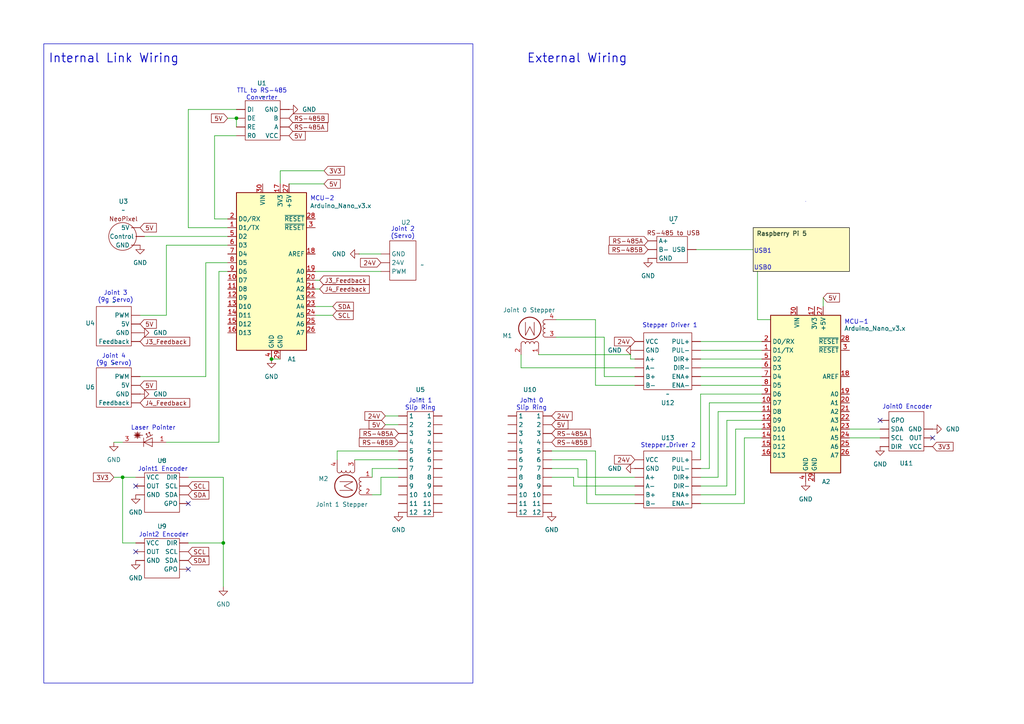
<source format=kicad_sch>
(kicad_sch (version 20250114) (generator "eeschema") (generator_version "9.0")
  (paper "A4")
  (lib_symbols
    (symbol "9g_Servo_1"
      (property "Reference" "U" (at 0 0 0))
      (symbol "9g_Servo_1_0_1"
        (rectangle (start -5.08 -1.27) (end 5.08 -12.7))
      )
      (symbol "9g_Servo_1_1_1"
        (pin input line (at 7.62 -3.81 180) (length 2.54) (name "PWM") (number ""))
        (pin input line (at 7.62 -6.35 180) (length 2.54) (name "5V") (number ""))
        (pin input line (at 7.62 -8.89 180) (length 2.54) (name "GND") (number ""))
        (pin input line (at 7.62 -11.43 180) (length 2.54) (name "Feedback") (number ""))
      )
    )
    (symbol "AS5600_Encoder_1"
      (property "Reference" "U9" (at 0 1.016 0))
      (property "Value" "~" (at 0 2.54 0))
      (symbol "AS5600_Encoder_1_0_1"
        (rectangle (start -5.08 -1.27) (end 5.08 -12.7))
      )
      (symbol "AS5600_Encoder_1_1_1"
        (pin input line (at -7.62 -2.54 0) (length 2.54) (name "VCC") (number ""))
        (pin input line (at -7.62 -5.08 0) (length 2.54) (name "OUT") (number ""))
        (pin input line (at -7.62 -7.62 0) (length 2.54) (name "GND") (number ""))
        (pin input line (at 7.62 -2.54 180) (length 2.54) (name "DIR") (number ""))
        (pin input line (at 7.62 -5.08 180) (length 2.54) (name "SCL") (number ""))
        (pin input line (at 7.62 -7.62 180) (length 2.54) (name "SDA") (number ""))
        (pin input line (at 7.62 -10.16 180) (length 2.54) (name "GPO") (number ""))
      )
    )
    (symbol "AS5600_Encoder_2"
      (property "Reference" "U9" (at 0 1.016 0))
      (property "Value" "~" (at 0 2.54 0))
      (symbol "AS5600_Encoder_2_0_1"
        (rectangle (start -5.08 -1.27) (end 5.08 -12.7))
      )
      (symbol "AS5600_Encoder_2_1_1"
        (pin input line (at -7.62 -2.54 0) (length 2.54) (name "VCC") (number ""))
        (pin input line (at -7.62 -5.08 0) (length 2.54) (name "OUT") (number ""))
        (pin input line (at -7.62 -7.62 0) (length 2.54) (name "GND") (number ""))
        (pin input line (at 7.62 -2.54 180) (length 2.54) (name "DIR") (number ""))
        (pin input line (at 7.62 -5.08 180) (length 2.54) (name "SCL") (number ""))
        (pin input line (at 7.62 -7.62 180) (length 2.54) (name "SDA") (number ""))
        (pin input line (at 7.62 -10.16 180) (length 2.54) (name "GPO") (number ""))
      )
    )
    (symbol "Alec_Lib:9g_Servo"
      (property "Reference" "U" (at 0 0 0))
      (symbol "9g_Servo_0_1"
        (rectangle (start -5.08 -1.27) (end 5.08 -12.7))
      )
      (symbol "9g_Servo_1_1"
        (pin input line (at 7.62 -3.81 180) (length 2.54) (name "PWM") (number ""))
        (pin input line (at 7.62 -6.35 180) (length 2.54) (name "5V") (number ""))
        (pin input line (at 7.62 -8.89 180) (length 2.54) (name "GND") (number ""))
        (pin input line (at 7.62 -11.43 180) (length 2.54) (name "Feedback") (number ""))
      )
    )
    (symbol "Alec_Lib:AS5600_Encoder"
      (property "Reference" "U8" (at 0 2.286 0))
      (property "Value" "~" (at 0 2.54 0))
      (symbol "AS5600_Encoder_0_1"
        (rectangle (start -5.08 -1.27) (end 5.08 -12.7))
      )
      (symbol "AS5600_Encoder_1_1"
        (pin input line (at -7.62 -2.54 0) (length 2.54) (name "VCC") (number ""))
        (pin input line (at -7.62 -5.08 0) (length 2.54) (name "OUT") (number ""))
        (pin input line (at -7.62 -7.62 0) (length 2.54) (name "GND") (number ""))
        (pin input line (at 7.62 -2.54 180) (length 2.54) (name "DIR") (number ""))
        (pin input line (at 7.62 -5.08 180) (length 2.54) (name "SCL") (number ""))
        (pin input line (at 7.62 -7.62 180) (length 2.54) (name "SDA") (number ""))
        (pin input line (at 7.62 -10.16 180) (length 2.54) (name "GPO") (number ""))
      )
    )
    (symbol "Alec_Lib:Big_Servo"
      (property "Reference" "U" (at 0 0 0))
      (symbol "Big_Servo_0_1"
        (rectangle (start -3.81 -1.27) (end 3.81 -12.7))
      )
      (symbol "Big_Servo_1_1"
        (pin input line (at 6.35 -3.81 180) (length 2.54) (name "PWM") (number ""))
        (pin input line (at 6.35 -6.35 180) (length 2.54) (name "24V") (number ""))
        (pin input line (at 6.35 -8.89 180) (length 2.54) (name "GND") (number ""))
      )
    )
    (symbol "Alec_Lib:NeoPixel_Ring"
      (property "Reference" "U" (at 0 1.524 0))
      (symbol "NeoPixel_Ring_0_1"
        (circle (center 0 -5.08) (radius 4.0161))
      )
      (symbol "NeoPixel_Ring_1_1"
        (text "NeoPixel" (at 0.254 0 0) (effects (font (size 1.27 1.27))))
        (pin input line (at 5.08 -2.54 180) (length 2.54) (name "5V") (number ""))
        (pin input line (at 5.08 -7.62 180) (length 2.54) (name "GND") (number ""))
        (pin input line (at 6.35 -5.08 180) (length 2.54) (name "Control") (number ""))
      )
    )
    (symbol "Alec_Lib:RS-485_to_USB"
      (property "Reference" "U" (at 0.254 1.778 0))
      (symbol "RS-485_to_USB_0_1"
        (rectangle (start -3.81 -1.27) (end 5.08 -8.89))
      )
      (symbol "RS-485_to_USB_1_1"
        (text "RS-485 to USB" (at 1.016 -0.254 0) (effects (font (size 1.27 1.27))))
        (pin input line (at -6.35 -2.54 0) (length 2.54) (name "A+") (number ""))
        (pin input line (at -6.35 -5.08 0) (length 2.54) (name "B-") (number ""))
        (pin input line (at -6.35 -7.62 0) (length 2.54) (name "GND") (number ""))
        (pin input line (at 7.62 -5.08 180) (length 2.54) (name "USB") (number ""))
      )
    )
    (symbol "Alec_Lib:RS485_to_TTL"
      (property "Reference" "U1" (at 0.254 -17.78 0))
      (property "Value" "~" (at 0 -13.97 0))
      (symbol "RS485_to_TTL_0_1"
        (rectangle (start -5.08 -1.27) (end 5.08 -12.7))
      )
      (symbol "RS485_to_TTL_1_1"
        (pin input line (at -7.62 -2.54 0) (length 2.54) (name "VCC") (number ""))
        (pin input line (at -7.62 -5.08 0) (length 2.54) (name "A") (number ""))
        (pin input line (at -7.62 -7.62 0) (length 2.54) (name "B") (number ""))
        (pin input line (at -7.62 -10.16 0) (length 2.54) (name "GND") (number ""))
        (pin input line (at 7.62 -2.54 180) (length 2.54) (name "R0") (number ""))
        (pin input line (at 7.62 -5.08 180) (length 2.54) (name "RE") (number ""))
        (pin input line (at 7.62 -7.62 180) (length 2.54) (name "DE") (number ""))
        (pin input line (at 7.62 -10.16 180) (length 2.54) (name "DI") (number ""))
      )
    )
    (symbol "Alec_Lib:Slip_Ring"
      (property "Reference" "U5" (at 0 3.81 0))
      (property "Value" "~" (at 0 1.27 0))
      (symbol "Slip_Ring_0_1"
        (rectangle (start -3.81 -2.54) (end 3.81 -33.02))
      )
      (symbol "Slip_Ring_1_1"
        (pin input line (at -6.35 -3.81 0) (length 2.54) (name "1") (number ""))
        (pin input line (at -6.35 -6.35 0) (length 2.54) (name "2") (number ""))
        (pin input line (at -6.35 -8.89 0) (length 2.54) (name "3") (number ""))
        (pin input line (at -6.35 -11.43 0) (length 2.54) (name "4") (number ""))
        (pin input line (at -6.35 -13.97 0) (length 2.54) (name "5") (number ""))
        (pin input line (at -6.35 -16.51 0) (length 2.54) (name "6") (number ""))
        (pin input line (at -6.35 -19.05 0) (length 2.54) (name "7") (number ""))
        (pin input line (at -6.35 -21.59 0) (length 2.54) (name "8") (number ""))
        (pin input line (at -6.35 -24.13 0) (length 2.54) (name "9") (number ""))
        (pin input line (at -6.35 -26.67 0) (length 2.54) (name "10") (number ""))
        (pin input line (at -6.35 -29.21 0) (length 2.54) (name "11") (number ""))
        (pin input line (at -6.35 -31.75 0) (length 2.54) (name "12") (number ""))
        (pin input line (at 6.35 -3.81 180) (length 2.54) (name "1") (number ""))
        (pin input line (at 6.35 -6.35 180) (length 2.54) (name "2") (number ""))
        (pin input line (at 6.35 -8.89 180) (length 2.54) (name "3") (number ""))
        (pin input line (at 6.35 -11.43 180) (length 2.54) (name "4") (number ""))
        (pin input line (at 6.35 -13.97 180) (length 2.54) (name "5") (number ""))
        (pin input line (at 6.35 -16.51 180) (length 2.54) (name "6") (number ""))
        (pin input line (at 6.35 -19.05 180) (length 2.54) (name "7") (number ""))
        (pin input line (at 6.35 -21.59 180) (length 2.54) (name "8") (number ""))
        (pin input line (at 6.35 -24.13 180) (length 2.54) (name "9") (number ""))
        (pin input line (at 6.35 -26.67 180) (length 2.54) (name "10") (number ""))
        (pin input line (at 6.35 -29.21 180) (length 2.54) (name "11") (number ""))
        (pin input line (at 6.35 -31.75 180) (length 2.54) (name "12") (number ""))
      )
    )
    (symbol "Alec_Lib:Stepper_Driver"
      (property "Reference" "U" (at 0 0 0))
      (symbol "Stepper_Driver_0_1"
        (rectangle (start -7.62 -1.27) (end 6.35 -17.78))
      )
      (symbol "Stepper_Driver_1_1"
        (pin input line (at -10.16 -2.54 0) (length 2.54) (name "ENA-") (number ""))
        (pin input line (at -10.16 -5.08 0) (length 2.54) (name "ENA+") (number ""))
        (pin input line (at -10.16 -7.62 0) (length 2.54) (name "DIR-") (number ""))
        (pin input line (at -10.16 -10.16 0) (length 2.54) (name "DIR+") (number ""))
        (pin input line (at -10.16 -12.7 0) (length 2.54) (name "PUL-") (number ""))
        (pin input line (at -10.16 -15.24 0) (length 2.54) (name "PUL+") (number ""))
        (pin input line (at 8.89 -2.54 180) (length 2.54) (name "B-") (number ""))
        (pin input line (at 8.89 -5.08 180) (length 2.54) (name "B+") (number ""))
        (pin input line (at 8.89 -7.62 180) (length 2.54) (name "A-") (number ""))
        (pin input line (at 8.89 -10.16 180) (length 2.54) (name "A+") (number ""))
        (pin input line (at 8.89 -12.7 180) (length 2.54) (name "GND") (number ""))
        (pin input line (at 8.89 -15.24 180) (length 2.54) (name "VCC") (number ""))
      )
    )
    (symbol "Diode_Laser:PL520" (pin_names (offset 1.016) (hide yes))
      (property "Reference" "LD" (at -1.27 4.445 0))
      (property "Value" "PL520" (at -1.27 -2.54 0))
      (symbol "PL520_0_1"
        (polyline (pts (xy -4.064 2.794) (xy -2.54 1.27)))
        (polyline (pts (xy -4.064 2.286) (xy -2.54 1.778)))
        (polyline (pts (xy -4.064 1.778) (xy -2.54 2.286)))
        (polyline (pts (xy -4.064 1.27) (xy -2.54 2.794)))
        (polyline (pts (xy -3.556 2.794) (xy -3.048 1.27)))
        (polyline (pts (xy -3.302 2.032) (xy -3.302 3.048)))
        (polyline (pts (xy -3.302 2.032) (xy -3.302 1.016)))
        (polyline (pts (xy -3.048 2.794) (xy -3.556 1.27)))
        (polyline (pts (xy -1.778 2.032) (xy -4.318 2.032)))
        (polyline (pts (xy -1.524 1.27) (xy -1.524 -1.27)) (stroke (width 0.1524)))
        (polyline (pts (xy -0.254 1.524) (xy -0.762 2.54) (xy -0.4717 2.4339) (xy -0.762 2.54) (xy -0.8485 2.2301)))
        (polyline (pts (xy 0.5442 1.9119) (xy 0.0362 2.9279) (xy 0.3265 2.8218) (xy 0.0362 2.9279) (xy -0.0503 2.618)))
        (polyline (pts (xy 2.54 0) (xy -5.08 0)))
      )
      (symbol "PL520_1_1"
        (polyline (pts (xy 1.016 -1.27) (xy 1.016 1.27) (xy -1.524 0) (xy 1.016 -1.27)))
        (polyline (pts (xy 1.0782 2.1762) (xy -0.762 1.27) (xy -0.762 1.27)))
        (pin passive line (at -7.62 0 0) (length 2.54) (name "C") (number "3"))
        (pin no_connect line (at -1.27 0 0) (length 2.54) (hide yes) (name "NC") (number "2"))
        (pin passive line (at 5.08 0 180) (length 2.54) (name "A") (number "1"))
      )
    )
    (symbol "MCU_Module:Arduino_Nano_v3.x"
      (property "Reference" "A" (at -10.16 23.495 0))
      (property "Value" "Arduino_Nano_v3.x" (at 5.08 -24.13 0))
      (symbol "Arduino_Nano_v3.x_0_1"
        (rectangle (start -10.16 22.86) (end 10.16 -22.86) (stroke (width 0.254)) (fill (type background)))
      )
      (symbol "Arduino_Nano_v3.x_1_1"
        (pin bidirectional line (at -12.7 15.24 0) (length 2.54) (name "D0/RX") (number "2"))
        (pin bidirectional line (at -12.7 12.7 0) (length 2.54) (name "D1/TX") (number "1"))
        (pin bidirectional line (at -12.7 10.16 0) (length 2.54) (name "D2") (number "5"))
        (pin bidirectional line (at -12.7 7.62 0) (length 2.54) (name "D3") (number "6"))
        (pin bidirectional line (at -12.7 5.08 0) (length 2.54) (name "D4") (number "7"))
        (pin bidirectional line (at -12.7 2.54 0) (length 2.54) (name "D5") (number "8"))
        (pin bidirectional line (at -12.7 0 0) (length 2.54) (name "D6") (number "9"))
        (pin bidirectional line (at -12.7 -2.54 0) (length 2.54) (name "D7") (number "10"))
        (pin bidirectional line (at -12.7 -5.08 0) (length 2.54) (name "D8") (number "11"))
        (pin bidirectional line (at -12.7 -7.62 0) (length 2.54) (name "D9") (number "12"))
        (pin bidirectional line (at -12.7 -10.16 0) (length 2.54) (name "D10") (number "13"))
        (pin bidirectional line (at -12.7 -12.7 0) (length 2.54) (name "D11") (number "14"))
        (pin bidirectional line (at -12.7 -15.24 0) (length 2.54) (name "D12") (number "15"))
        (pin bidirectional line (at -12.7 -17.78 0) (length 2.54) (name "D13") (number "16"))
        (pin power_in line (at -2.54 25.4 270) (length 2.54) (name "VIN") (number "30"))
        (pin power_in line (at 0 -25.4 90) (length 2.54) (name "GND") (number "4"))
        (pin power_out line (at 2.54 25.4 270) (length 2.54) (name "3V3") (number "17"))
        (pin power_in line (at 2.54 -25.4 90) (length 2.54) (name "GND") (number "29"))
        (pin power_out line (at 5.08 25.4 270) (length 2.54) (name "+5V") (number "27"))
        (pin input line (at 12.7 15.24 180) (length 2.54) (name "~{RESET}") (number "28"))
        (pin input line (at 12.7 12.7 180) (length 2.54) (name "~{RESET}") (number "3"))
        (pin input line (at 12.7 5.08 180) (length 2.54) (name "AREF") (number "18"))
        (pin bidirectional line (at 12.7 0 180) (length 2.54) (name "A0") (number "19"))
        (pin bidirectional line (at 12.7 -2.54 180) (length 2.54) (name "A1") (number "20"))
        (pin bidirectional line (at 12.7 -5.08 180) (length 2.54) (name "A2") (number "21"))
        (pin bidirectional line (at 12.7 -7.62 180) (length 2.54) (name "A3") (number "22"))
        (pin bidirectional line (at 12.7 -10.16 180) (length 2.54) (name "A4") (number "23"))
        (pin bidirectional line (at 12.7 -12.7 180) (length 2.54) (name "A5") (number "24"))
        (pin bidirectional line (at 12.7 -15.24 180) (length 2.54) (name "A6") (number "25"))
        (pin bidirectional line (at 12.7 -17.78 180) (length 2.54) (name "A7") (number "26"))
      )
    )
    (symbol "Motor:Stepper_Motor_bipolar" (pin_names (offset 0) (hide yes))
      (property "Reference" "M" (at 3.81 2.54 0))
      (property "Value" "Stepper_Motor_bipolar" (at 3.81 1.27 0))
      (symbol "Stepper_Motor_bipolar_0_0"
        (polyline (pts (xy -1.27 -1.778) (xy -1.27 2.032) (xy 0 -0.508) (xy 1.27 2.032) (xy 1.27 -1.778)))
      )
      (symbol "Stepper_Motor_bipolar_0_1"
        (polyline (pts (xy -5.08 2.54) (xy -4.445 2.54)))
        (polyline (pts (xy -5.08 -2.54) (xy -4.445 -2.54)))
        (arc (start -4.445 2.54) (mid -3.8127 1.905) (end -4.445 1.27))
        (arc (start -4.445 1.27) (mid -3.8127 0.635) (end -4.445 0))
        (arc (start -4.445 0) (mid -3.8127 -0.635) (end -4.445 -1.27))
        (arc (start -4.445 -1.27) (mid -3.8127 -1.905) (end -4.445 -2.54))
        (polyline (pts (xy -2.54 5.08) (xy -2.54 4.445)))
        (arc (start -1.27 4.445) (mid -1.905 3.8127) (end -2.54 4.445))
        (arc (start 0 4.445) (mid -0.635 3.8127) (end -1.27 4.445))
        (circle (center 0 0) (radius 3.2512) (stroke (width 0.254)))
        (arc (start 1.27 4.445) (mid 0.635 3.8127) (end 0 4.445))
        (arc (start 2.54 4.445) (mid 1.905 3.8127) (end 1.27 4.445))
        (polyline (pts (xy 2.54 5.08) (xy 2.54 4.445)))
      )
      (symbol "Stepper_Motor_bipolar_1_1"
        (pin passive line (at -7.62 2.54 0) (length 2.54) (name "~") (number "3"))
        (pin passive line (at -7.62 -2.54 0) (length 2.54) (name "~") (number "4"))
        (pin passive line (at -2.54 7.62 270) (length 2.54) (name "~") (number "1"))
        (pin passive line (at 2.54 7.62 270) (length 2.54) (name "-") (number "2"))
      )
    )
    (symbol "Slip_Ring_1"
      (property "Reference" "U5" (at 0 3.81 0))
      (property "Value" "~" (at 0 1.27 0))
      (symbol "Slip_Ring_1_0_1"
        (rectangle (start -3.81 -2.54) (end 3.81 -33.02))
      )
      (symbol "Slip_Ring_1_1_1"
        (pin input line (at -6.35 -3.81 0) (length 2.54) (name "1") (number ""))
        (pin input line (at -6.35 -6.35 0) (length 2.54) (name "2") (number ""))
        (pin input line (at -6.35 -8.89 0) (length 2.54) (name "3") (number ""))
        (pin input line (at -6.35 -11.43 0) (length 2.54) (name "4") (number ""))
        (pin input line (at -6.35 -13.97 0) (length 2.54) (name "5") (number ""))
        (pin input line (at -6.35 -16.51 0) (length 2.54) (name "6") (number ""))
        (pin input line (at -6.35 -19.05 0) (length 2.54) (name "7") (number ""))
        (pin input line (at -6.35 -21.59 0) (length 2.54) (name "8") (number ""))
        (pin input line (at -6.35 -24.13 0) (length 2.54) (name "9") (number ""))
        (pin input line (at -6.35 -26.67 0) (length 2.54) (name "10") (number ""))
        (pin input line (at -6.35 -29.21 0) (length 2.54) (name "11") (number ""))
        (pin input line (at -6.35 -31.75 0) (length 2.54) (name "12") (number ""))
        (pin input line (at 6.35 -3.81 180) (length 2.54) (name "1") (number ""))
        (pin input line (at 6.35 -6.35 180) (length 2.54) (name "2") (number ""))
        (pin input line (at 6.35 -8.89 180) (length 2.54) (name "3") (number ""))
        (pin input line (at 6.35 -11.43 180) (length 2.54) (name "4") (number ""))
        (pin input line (at 6.35 -13.97 180) (length 2.54) (name "5") (number ""))
        (pin input line (at 6.35 -16.51 180) (length 2.54) (name "6") (number ""))
        (pin input line (at 6.35 -19.05 180) (length 2.54) (name "7") (number ""))
        (pin input line (at 6.35 -21.59 180) (length 2.54) (name "8") (number ""))
        (pin input line (at 6.35 -24.13 180) (length 2.54) (name "9") (number ""))
        (pin input line (at 6.35 -26.67 180) (length 2.54) (name "10") (number ""))
        (pin input line (at 6.35 -29.21 180) (length 2.54) (name "11") (number ""))
        (pin input line (at 6.35 -31.75 180) (length 2.54) (name "12") (number ""))
      )
    )
    (symbol "Stepper_Driver_1"
      (property "Reference" "U" (at 0 0 0))
      (symbol "Stepper_Driver_1_0_1"
        (rectangle (start -7.62 -1.27) (end 6.35 -17.78))
      )
      (symbol "Stepper_Driver_1_1_1"
        (pin input line (at -10.16 -2.54 0) (length 2.54) (name "ENA-") (number ""))
        (pin input line (at -10.16 -5.08 0) (length 2.54) (name "ENA+") (number ""))
        (pin input line (at -10.16 -7.62 0) (length 2.54) (name "DIR-") (number ""))
        (pin input line (at -10.16 -10.16 0) (length 2.54) (name "DIR+") (number ""))
        (pin input line (at -10.16 -12.7 0) (length 2.54) (name "PUL-") (number ""))
        (pin input line (at -10.16 -15.24 0) (length 2.54) (name "PUL+") (number ""))
        (pin input line (at 8.89 -2.54 180) (length 2.54) (name "B-") (number ""))
        (pin input line (at 8.89 -5.08 180) (length 2.54) (name "B+") (number ""))
        (pin input line (at 8.89 -7.62 180) (length 2.54) (name "A-") (number ""))
        (pin input line (at 8.89 -10.16 180) (length 2.54) (name "A+") (number ""))
        (pin input line (at 8.89 -12.7 180) (length 2.54) (name "GND") (number ""))
        (pin input line (at 8.89 -15.24 180) (length 2.54) (name "VCC") (number ""))
      )
    )
    (symbol "power:GND" (power) (pin_numbers (hide yes)) (pin_names (offset 0) (hide yes))
      (property "Value" "GND" (at 0 -3.81 0))
      (symbol "GND_0_1"
        (polyline (pts (xy 0 0) (xy 0 -1.27) (xy 1.27 -1.27) (xy 0 -2.54) (xy -1.27 -1.27) (xy 0 -1.27)))
      )
      (symbol "GND_1_1"
        (pin power_in line (at 0 0 270) (length 0) (name "~") (number "1"))
      )
    )
  )
  (rectangle (start 233.68 58.42) (end 233.68 58.42))
  (rectangle (start 12.7 12.7) (end 137.16 198.12))
  (text "Joint2 Encoder" (at 47.498 155.194 0) (effects (font (size 1.27 1.27))))
  (text "USB0" (at 221.234 77.724 0) (effects (font (size 1.27 1.27))))
  (text "Joint 2\n(Servo)" (at 116.84 67.564 0) (effects (font (size 1.27 1.27))))
  (text "Stepper Driver 2\n\n" (at 193.802 130.302 0) (effects (font (size 1.27 1.27))))
  (text "Laser Pointer" (at 44.45 124.206 0) (effects (font (size 1.27 1.27))))
  (text "MCU-2" (at 93.472 57.658 0) (effects (font (size 1.27 1.27))))
  (text "Stepper Driver 1\n" (at 194.31 94.488 0) (effects (font (size 1.27 1.27))))
  (text "External Wiring" (at 167.386 17.018 0) (effects (font (size 2.54 2.54) (thickness 0.254) (bold yes))))
  (text "MCU-1" (at 248.412 93.472 0) (effects (font (size 1.27 1.27))))
  (text "Joint1 Encoder" (at 47.244 136.144 0) (effects (font (size 1.27 1.27))))
  (text "Joint0 Encoder" (at 263.144 118.11 0) (effects (font (size 1.27 1.27))))
  (text "USB1" (at 221.234 72.898 0) (effects (font (size 1.27 1.27))))
  (text "TTL to RS-485\nConverter" (at 75.946 27.432 0) (effects (font (size 1.27 1.27))))
  (text "Joint 1\nSlip Ring\n" (at 121.92 117.348 0) (effects (font (size 1.27 1.27))))
  (text "Internal Link Wiring" (at 33.02 17.018 0) (effects (font (size 2.54 2.54) (thickness 0.254) (bold yes))))
  (text "Joint 0\nSlip Ring\n" (at 154.178 117.348 0) (effects (font (size 1.27 1.27))))
  (text "Joint 4\n(9g Servo)\n" (at 33.02 104.394 0) (effects (font (size 1.27 1.27))))
  (text "Joint 3\n(9g Servo)" (at 33.528 86.106 0) (effects (font (size 1.27 1.27))))
  (text_box "Raspberry Pi 5" (at 218.44 66.04 0) (size 27.94 12.7) (margins 0.9525 0.9525 0.9525 0.9525) (stroke (width 0) (color 0 0 0 1)) (fill (type color) (color 255 252 196 1)) (effects (font (size 1.27 1.27) (thickness 0.254) (bold yes)) (justify left top)))
  (junction (at 35.56 138.43))
  (junction (at 68.58 34.29))
  (junction (at 78.74 104.14))
  (junction (at 64.77 157.48))
  (no_connect (at 270.51 127))
  (no_connect (at 54.61 165.1))
  (no_connect (at 54.61 146.05))
  (no_connect (at 39.37 140.97))
  (no_connect (at 39.37 160.02))
  (no_connect (at 255.27 121.92))
  (wire (pts (xy 203.2 99.06) (xy 220.98 99.06)))
  (wire (pts (xy 203.2 138.43) (xy 208.28 138.43)))
  (wire (pts (xy 62.23 39.37) (xy 62.23 63.5)))
  (wire (pts (xy 35.56 138.43) (xy 39.37 138.43)))
  (wire (pts (xy 213.36 124.46) (xy 220.98 124.46)))
  (wire (pts (xy 111.76 123.19) (xy 115.57 123.19)))
  (wire (pts (xy 184.15 109.22) (xy 175.26 109.22)))
  (wire (pts (xy 238.76 86.36) (xy 238.76 88.9)))
  (wire (pts (xy 184.15 111.76) (xy 172.72 111.76)))
  (wire (pts (xy 91.44 78.74) (xy 110.49 78.74)))
  (wire (pts (xy 68.58 31.75) (xy 54.61 31.75)))
  (wire (pts (xy 54.61 138.43) (xy 64.77 138.43)))
  (wire (pts (xy 33.02 128.27) (xy 35.56 128.27)))
  (wire (pts (xy 66.04 76.2) (xy 59.69 76.2)))
  (wire (pts (xy 104.14 73.66) (xy 110.49 73.66)))
  (wire (pts (xy 182.88 102.87) (xy 156.21 102.87)))
  (wire (pts (xy 170.18 146.05) (xy 170.18 133.35)))
  (wire (pts (xy 111.76 120.65) (xy 115.57 120.65)))
  (wire (pts (xy 96.52 91.44) (xy 91.44 91.44)))
  (wire (pts (xy 96.52 88.9) (xy 91.44 88.9)))
  (wire (pts (xy 219.71 78.74) (xy 219.71 92.71)))
  (wire (pts (xy 63.5 128.27) (xy 48.26 128.27)))
  (wire (pts (xy 182.88 104.14) (xy 182.88 102.87)))
  (wire (pts (xy 215.9 127) (xy 220.98 127)))
  (wire (pts (xy 78.74 104.14) (xy 81.28 104.14)))
  (wire (pts (xy 182.88 104.14) (xy 184.15 104.14)))
  (wire (pts (xy 59.69 109.22) (xy 40.64 109.22)))
  (wire (pts (xy 66.04 78.74) (xy 63.5 78.74)))
  (wire (pts (xy 33.02 138.43) (xy 35.56 138.43)))
  (wire (pts (xy 35.56 138.43) (xy 35.56 157.48)))
  (wire (pts (xy 223.52 92.71) (xy 219.71 92.71)))
  (wire (pts (xy 40.64 91.44) (xy 48.26 91.44)))
  (wire (pts (xy 107.95 135.89) (xy 115.57 135.89)))
  (wire (pts (xy 110.49 138.43) (xy 115.57 138.43)))
  (wire (pts (xy 160.02 133.35) (xy 170.18 133.35)))
  (wire (pts (xy 107.95 138.43) (xy 107.95 135.89)))
  (wire (pts (xy 246.38 127) (xy 255.27 127)))
  (wire (pts (xy 213.36 143.51) (xy 213.36 124.46)))
  (wire (pts (xy 48.26 71.12) (xy 48.26 91.44)))
  (wire (pts (xy 184.15 106.68) (xy 151.13 106.68)))
  (wire (pts (xy 63.5 78.74) (xy 63.5 128.27)))
  (wire (pts (xy 175.26 109.22) (xy 175.26 97.79)))
  (wire (pts (xy 203.2 143.51) (xy 213.36 143.51)))
  (wire (pts (xy 172.72 130.81) (xy 160.02 130.81)))
  (wire (pts (xy 175.26 97.79) (xy 161.29 97.79)))
  (wire (pts (xy 81.28 53.34) (xy 81.28 49.53)))
  (wire (pts (xy 64.77 157.48) (xy 64.77 170.18)))
  (wire (pts (xy 167.64 135.89) (xy 167.64 138.43)))
  (wire (pts (xy 92.71 81.28) (xy 91.44 81.28)))
  (wire (pts (xy 107.95 143.51) (xy 110.49 143.51)))
  (wire (pts (xy 203.2 106.68) (xy 220.98 106.68)))
  (wire (pts (xy 54.61 66.04) (xy 66.04 66.04)))
  (wire (pts (xy 166.37 140.97) (xy 184.15 140.97)))
  (wire (pts (xy 81.28 49.53) (xy 93.98 49.53)))
  (wire (pts (xy 160.02 138.43) (xy 166.37 138.43)))
  (wire (pts (xy 66.04 34.29) (xy 68.58 34.29)))
  (wire (pts (xy 172.72 111.76) (xy 172.72 92.71)))
  (wire (pts (xy 205.74 135.89) (xy 203.2 135.89)))
  (wire (pts (xy 203.2 109.22) (xy 220.98 109.22)))
  (wire (pts (xy 92.71 83.82) (xy 91.44 83.82)))
  (wire (pts (xy 172.72 143.51) (xy 172.72 130.81)))
  (wire (pts (xy 203.2 133.35) (xy 203.2 114.3)))
  (wire (pts (xy 210.82 140.97) (xy 210.82 121.92)))
  (wire (pts (xy 54.61 31.75) (xy 54.61 66.04)))
  (wire (pts (xy 208.28 119.38) (xy 220.98 119.38)))
  (wire (pts (xy 110.49 143.51) (xy 110.49 138.43)))
  (wire (pts (xy 220.98 116.84) (xy 205.74 116.84)))
  (wire (pts (xy 203.2 114.3) (xy 220.98 114.3)))
  (wire (pts (xy 172.72 92.71) (xy 161.29 92.71)))
  (wire (pts (xy 184.15 143.51) (xy 172.72 143.51)))
  (wire (pts (xy 160.02 135.89) (xy 167.64 135.89)))
  (wire (pts (xy 210.82 121.92) (xy 220.98 121.92)))
  (wire (pts (xy 151.13 106.68) (xy 151.13 102.87)))
  (wire (pts (xy 97.79 133.35) (xy 97.79 130.81)))
  (wire (pts (xy 97.79 130.81) (xy 115.57 130.81)))
  (wire (pts (xy 93.98 53.34) (xy 83.82 53.34)))
  (wire (pts (xy 205.74 116.84) (xy 205.74 135.89)))
  (wire (pts (xy 59.69 76.2) (xy 59.69 109.22)))
  (wire (pts (xy 167.64 138.43) (xy 184.15 138.43)))
  (wire (pts (xy 203.2 104.14) (xy 220.98 104.14)))
  (wire (pts (xy 64.77 138.43) (xy 64.77 157.48)))
  (wire (pts (xy 215.9 146.05) (xy 215.9 127)))
  (wire (pts (xy 41.91 68.58) (xy 66.04 68.58)))
  (wire (pts (xy 102.87 133.35) (xy 115.57 133.35)))
  (wire (pts (xy 68.58 39.37) (xy 62.23 39.37)))
  (wire (pts (xy 246.38 124.46) (xy 255.27 124.46)))
  (wire (pts (xy 203.2 146.05) (xy 215.9 146.05)))
  (wire (pts (xy 54.61 157.48) (xy 64.77 157.48)))
  (wire (pts (xy 48.26 71.12) (xy 66.04 71.12)))
  (wire (pts (xy 208.28 138.43) (xy 208.28 119.38)))
  (wire (pts (xy 184.15 146.05) (xy 170.18 146.05)))
  (wire (pts (xy 201.93 72.39) (xy 218.44 72.39)))
  (wire (pts (xy 68.58 34.29) (xy 68.58 36.83)))
  (wire (pts (xy 203.2 140.97) (xy 210.82 140.97)))
  (wire (pts (xy 35.56 157.48) (xy 39.37 157.48)))
  (wire (pts (xy 166.37 138.43) (xy 166.37 140.97)))
  (wire (pts (xy 62.23 63.5) (xy 66.04 63.5)))
  (wire (pts (xy 203.2 111.76) (xy 220.98 111.76)))
  (wire (pts (xy 203.2 101.6) (xy 220.98 101.6)))
  (global_label "SDA" (shape input) (at 96.52 88.9 0) (property "Intersheetrefs" "${INTERSHEET_REFS}" (effects (hide yes))))
  (global_label "5V" (shape input) (at 93.98 53.34 0) (property "Intersheetrefs" "${INTERSHEET_REFS}" (effects (hide yes))))
  (global_label "J3_Feedback" (shape input) (at 40.64 99.06 0) (effects (font (thickness 0.1588))) (property "Intersheetrefs" "${INTERSHEET_REFS}" (effects (hide yes))))
  (global_label "RS-485B" (shape input) (at 187.96 72.39 180) (property "Intersheetrefs" "${INTERSHEET_REFS}" (effects (hide yes))))
  (global_label "24V" (shape input) (at 110.49 76.2 180) (property "Intersheetrefs" "${INTERSHEET_REFS}" (effects (hide yes))))
  (global_label "RS-485B" (shape input) (at 115.57 128.27 180) (property "Intersheetrefs" "${INTERSHEET_REFS}" (effects (hide yes))))
  (global_label "5V" (shape input) (at 238.76 86.36 0) (property "Intersheetrefs" "${INTERSHEET_REFS}" (effects (hide yes))))
  (global_label "24V" (shape input) (at 184.15 133.35 180) (property "Intersheetrefs" "${INTERSHEET_REFS}" (effects (hide yes))))
  (global_label "RS-485B" (shape input) (at 160.02 128.27 0) (property "Intersheetrefs" "${INTERSHEET_REFS}" (effects (hide yes))))
  (global_label "3V3" (shape input) (at 93.98 49.53 0) (property "Intersheetrefs" "${INTERSHEET_REFS}" (effects (hide yes))))
  (global_label "24V" (shape input) (at 111.76 120.65 180) (property "Intersheetrefs" "${INTERSHEET_REFS}" (effects (hide yes))))
  (global_label "5V" (shape input) (at 160.02 123.19 0) (property "Intersheetrefs" "${INTERSHEET_REFS}" (effects (hide yes))))
  (global_label "5V" (shape input) (at 40.64 111.76 0) (property "Intersheetrefs" "${INTERSHEET_REFS}" (effects (hide yes))))
  (global_label "RS-485A" (shape input) (at 187.96 69.85 180) (property "Intersheetrefs" "${INTERSHEET_REFS}" (effects (hide yes))))
  (global_label "J4_Feedback" (shape input) (at 40.64 116.84 0) (effects (font (thickness 0.1588))) (property "Intersheetrefs" "${INTERSHEET_REFS}" (effects (hide yes))))
  (global_label "RS-485B" (shape input) (at 83.82 34.29 0) (property "Intersheetrefs" "${INTERSHEET_REFS}" (effects (hide yes))))
  (global_label "J3_Feedback" (shape input) (at 92.71 81.28 0) (effects (font (thickness 0.1588))) (property "Intersheetrefs" "${INTERSHEET_REFS}" (effects (hide yes))))
  (global_label "RS-485A" (shape input) (at 83.82 36.83 0) (property "Intersheetrefs" "${INTERSHEET_REFS}" (effects (hide yes))))
  (global_label "SCL" (shape input) (at 96.52 91.44 0) (property "Intersheetrefs" "${INTERSHEET_REFS}" (effects (hide yes))))
  (global_label "SDA" (shape input) (at 54.61 143.51 0) (property "Intersheetrefs" "${INTERSHEET_REFS}" (effects (hide yes))))
  (global_label "3V3" (shape input) (at 33.02 138.43 180) (property "Intersheetrefs" "${INTERSHEET_REFS}" (effects (hide yes))))
  (global_label "SCL" (shape input) (at 54.61 160.02 0) (property "Intersheetrefs" "${INTERSHEET_REFS}" (effects (hide yes))))
  (global_label "5V" (shape input) (at 111.76 123.19 180) (property "Intersheetrefs" "${INTERSHEET_REFS}" (effects (hide yes))))
  (global_label "SCL" (shape input) (at 54.61 140.97 0) (property "Intersheetrefs" "${INTERSHEET_REFS}" (effects (hide yes))))
  (global_label "5V" (shape input) (at 40.64 66.04 0) (property "Intersheetrefs" "${INTERSHEET_REFS}" (effects (hide yes))))
  (global_label "SDA" (shape input) (at 54.61 162.56 0) (property "Intersheetrefs" "${INTERSHEET_REFS}" (effects (hide yes))))
  (global_label "24V" (shape input) (at 184.15 99.06 180) (property "Intersheetrefs" "${INTERSHEET_REFS}" (effects (hide yes))))
  (global_label "RS-485A" (shape input) (at 160.02 125.73 0) (property "Intersheetrefs" "${INTERSHEET_REFS}" (effects (hide yes))))
  (global_label "RS-485A" (shape input) (at 115.57 125.73 180) (property "Intersheetrefs" "${INTERSHEET_REFS}" (effects (hide yes))))
  (global_label "J4_Feedback" (shape input) (at 92.71 83.82 0) (effects (font (thickness 0.1588))) (property "Intersheetrefs" "${INTERSHEET_REFS}" (effects (hide yes))))
  (global_label "3V3" (shape input) (at 270.51 129.54 0) (property "Intersheetrefs" "${INTERSHEET_REFS}" (effects (hide yes))))
  (global_label "5V" (shape input) (at 40.64 93.98 0) (property "Intersheetrefs" "${INTERSHEET_REFS}" (effects (hide yes))))
  (global_label "24V" (shape input) (at 160.02 120.65 0) (property "Intersheetrefs" "${INTERSHEET_REFS}" (effects (hide yes))))
  (global_label "5V" (shape input) (at 83.82 39.37 0) (property "Intersheetrefs" "${INTERSHEET_REFS}" (effects (hide yes))))
  (global_label "5V" (shape input) (at 66.04 34.29 180) (property "Intersheetrefs" "${INTERSHEET_REFS}" (effects (hide yes))))
  (symbol (lib_id "Alec_Lib:AS5600_Encoder") (at 46.99 135.89 0) (unit 1)
    (property "Reference" "U8" (at 46.99 133.604 0))
    (property "Value" "~" (at 46.99 133.35 0))
  )
  (symbol (lib_id "power:GND") (at 39.37 143.51 0) (unit 1)
    (property "Reference" "#PWR07" (effects (hide yes)))
    (property "Value" "GND" (at 39.37 148.59 0))
    (property "Description" "Power symbol creates a global label with name \"GND\" , ground" (effects (hide yes)))
  )
  (symbol (lib_id "Motor:Stepper_Motor_bipolar") (at 100.33 140.97 270) (unit 1)
    (property "Reference" "M2" (at 95.25 138.849 90) (effects (justify right)))
    (property "Value" "Joint 1 Stepper" (at 106.68 146.304 90) (effects (justify right)))
    (property "Datasheet" "http://www.infineon.com/dgdl/Application-Note-TLE8110EE_driving_UniPolarStepperMotor_V1.1.pdf?fileId=db3a30431be39b97011be5d0aa0a00b0" (effects (hide yes)))
    (property "Description" "4-wire bipolar stepper motor" (effects (hide yes)))
  )
  (symbol (lib_id "power:GND") (at 33.02 128.27 0) (unit 1)
    (property "Reference" "#PWR011" (effects (hide yes)))
    (property "Value" "GND" (at 33.02 133.35 0))
    (property "Description" "Power symbol creates a global label with name \"GND\" , ground" (effects (hide yes)))
  )
  (symbol (lib_name "AS5600_Encoder_1") (lib_id "Alec_Lib:AS5600_Encoder") (at 46.99 154.94 0) (unit 1)
    (property "Reference" "U9" (at 46.99 152.654 0))
    (property "Value" "~" (at 46.99 152.4 0))
  )
  (symbol (lib_id "Alec_Lib:Stepper_Driver") (at 193.04 114.3 180) (unit 1)
    (property "Reference" "U12" (at 193.675 116.84 0))
    (property "Value" "~" (at 193.675 114.3 0))
  )
  (symbol (lib_id "power:GND") (at 40.64 71.12 0) (unit 1)
    (property "Reference" "#PWR02" (effects (hide yes)))
    (property "Value" "GND" (at 40.64 76.2 0))
    (property "Description" "Power symbol creates a global label with name \"GND\" , ground" (effects (hide yes)))
  )
  (symbol (lib_id "power:GND") (at 233.68 139.7 0) (unit 1)
    (property "Reference" "#PWR016" (effects (hide yes)))
    (property "Value" "GND" (at 233.68 144.78 0))
    (property "Description" "Power symbol creates a global label with name \"GND\" , ground" (effects (hide yes)))
  )
  (symbol (lib_id "Motor:Stepper_Motor_bipolar") (at 153.67 95.25 180) (unit 1)
    (property "Reference" "M1" (at 148.59 97.371 0) (effects (justify left)))
    (property "Value" "Joint 0 Stepper" (at 161.036 89.916 0) (effects (justify left)))
    (property "Datasheet" "http://www.infineon.com/dgdl/Application-Note-TLE8110EE_driving_UniPolarStepperMotor_V1.1.pdf?fileId=db3a30431be39b97011be5d0aa0a00b0" (effects (hide yes)))
    (property "Description" "4-wire bipolar stepper motor" (effects (hide yes)))
  )
  (symbol (lib_name "AS5600_Encoder_2") (lib_id "Alec_Lib:AS5600_Encoder") (at 262.89 132.08 180) (unit 1)
    (property "Reference" "U11" (at 262.89 134.366 0))
    (property "Value" "~" (at 262.89 134.62 0))
  )
  (symbol (lib_id "power:GND") (at 270.51 124.46 90) (unit 1)
    (property "Reference" "#PWR018" (effects (hide yes)))
    (property "Value" "GND" (at 274.32 124.4599 90) (effects (justify right)))
    (property "Description" "Power symbol creates a global label with name \"GND\" , ground" (effects (hide yes)))
  )
  (symbol (lib_id "MCU_Module:Arduino_Nano_v3.x") (at 233.68 114.3 0) (unit 1)
    (property "Reference" "A2" (at 238.3633 139.7 0) (effects (justify left)))
    (property "Value" "Arduino_Nano_v3.x" (at 244.856 95.25 0) (effects (justify left)))
    (property "Footprint" "Module:Arduino_Nano" (effects (hide yes)))
    (property "Datasheet" "http://www.mouser.com/pdfdocs/Gravitech_Arduino_Nano3_0.pdf" (effects (hide yes)))
    (property "Description" "Arduino Nano v3.x" (effects (hide yes)))
  )
  (symbol (lib_id "Alec_Lib:RS485_to_TTL") (at 76.2 41.91 180) (unit 1)
    (property "Reference" "U1" (at 75.946 24.13 0))
    (property "Value" "~" (at 76.2 27.94 0))
  )
  (symbol (lib_id "Alec_Lib:RS-485_to_USB") (at 194.31 67.31 0) (unit 1)
    (property "Reference" "U7" (at 195.326 63.5 0))
    (property "Value" "~" (at 195.326 64.77 0))
  )
  (symbol (lib_id "Alec_Lib:9g_Servo") (at 33.02 87.63 0) (unit 1)
    (property "Reference" "U4" (at 26.162 93.726 0))
    (property "Value" "~" (at 33.02 87.63 0))
  )
  (symbol (lib_id "power:GND") (at 187.96 74.93 0) (unit 1)
    (property "Reference" "#PWR015" (effects (hide yes)))
    (property "Value" "GND" (at 187.96 80.01 0))
    (property "Description" "Power symbol creates a global label with name \"GND\" , ground" (effects (hide yes)))
  )
  (symbol (lib_id "power:GND") (at 39.37 162.56 0) (unit 1)
    (property "Reference" "#PWR08" (effects (hide yes)))
    (property "Value" "GND" (at 39.37 167.64 0))
    (property "Description" "Power symbol creates a global label with name \"GND\" , ground" (effects (hide yes)))
  )
  (symbol (lib_id "power:GND") (at 40.64 114.3 90) (unit 1)
    (property "Reference" "#PWR010" (effects (hide yes)))
    (property "Value" "GND" (at 44.45 114.3 90) (effects (justify right)))
    (property "Description" "Power symbol creates a global label with name \"GND\" , ground" (effects (hide yes)))
  )
  (symbol (lib_name "9g_Servo_1") (lib_id "Alec_Lib:9g_Servo") (at 33.02 105.41 0) (unit 1)
    (property "Reference" "U6" (at 26.162 112.268 0))
    (property "Value" "~" (at 33.02 105.41 0))
  )
  (symbol (lib_id "power:GND") (at 83.82 31.75 90) (unit 1)
    (property "Reference" "#PWR05" (effects (hide yes)))
    (property "Value" "GND" (at 87.63 31.7499 90) (effects (justify right)))
    (property "Description" "Power symbol creates a global label with name \"GND\" , ground" (effects (hide yes)))
  )
  (symbol (lib_id "Alec_Lib:NeoPixel_Ring") (at 35.56 63.5 0) (unit 1)
    (property "Reference" "U3" (at 35.7907 58.42 0))
    (property "Value" "~" (at 35.7907 60.96 0))
  )
  (symbol (lib_id "Alec_Lib:Big_Servo") (at 116.84 82.55 180) (unit 1)
    (property "Reference" "U2" (at 116.332 64.516 0) (effects (justify right)))
    (property "Value" "~" (at 121.92 76.835 0) (effects (justify right)))
  )
  (symbol (lib_id "power:GND") (at 160.02 148.59 0) (unit 1)
    (property "Reference" "#PWR014" (effects (hide yes)))
    (property "Value" "GND" (at 160.02 153.67 0))
    (property "Description" "Power symbol creates a global label with name \"GND\" , ground" (effects (hide yes)))
  )
  (symbol (lib_id "power:GND") (at 115.57 148.59 0) (unit 1)
    (property "Reference" "#PWR04" (effects (hide yes)))
    (property "Value" "GND" (at 115.57 153.67 0))
    (property "Description" "Power symbol creates a global label with name \"GND\" , ground" (effects (hide yes)))
  )
  (symbol (lib_name "Slip_Ring_1") (lib_id "Alec_Lib:Slip_Ring") (at 153.67 116.84 0) (unit 1)
    (property "Reference" "U10" (at 153.67 113.03 0))
    (property "Value" "~" (at 153.67 115.57 0))
  )
  (symbol (lib_id "power:GND") (at 255.27 129.54 0) (unit 1)
    (property "Reference" "#PWR017" (effects (hide yes)))
    (property "Value" "GND" (at 255.27 134.62 0))
    (property "Description" "Power symbol creates a global label with name \"GND\" , ground" (effects (hide yes)))
  )
  (symbol (lib_id "power:GND") (at 64.77 170.18 0) (unit 1)
    (property "Reference" "#PWR06" (effects (hide yes)))
    (property "Value" "GND" (at 64.77 175.26 0))
    (property "Description" "Power symbol creates a global label with name \"GND\" , ground" (effects (hide yes)))
  )
  (symbol (lib_id "MCU_Module:Arduino_Nano_v3.x") (at 78.74 78.74 0) (unit 1)
    (property "Reference" "A1" (at 83.4233 104.14 0) (effects (justify left)))
    (property "Value" "Arduino_Nano_v3.x" (at 89.916 59.69 0) (effects (justify left)))
    (property "Footprint" "Module:Arduino_Nano" (effects (hide yes)))
    (property "Datasheet" "http://www.mouser.com/pdfdocs/Gravitech_Arduino_Nano3_0.pdf" (effects (hide yes)))
    (property "Description" "Arduino Nano v3.x" (effects (hide yes)))
  )
  (symbol (lib_id "power:GND") (at 184.15 135.89 270) (unit 1)
    (property "Reference" "#PWR012" (effects (hide yes)))
    (property "Value" "GND" (at 180.34 135.8899 90) (effects (justify right)))
    (property "Description" "Power symbol creates a global label with name \"GND\" , ground" (effects (hide yes)))
  )
  (symbol (lib_id "power:GND") (at 184.15 101.6 270) (unit 1)
    (property "Reference" "#PWR013" (effects (hide yes)))
    (property "Value" "GND" (at 180.34 101.5999 90) (effects (justify right)))
    (property "Description" "Power symbol creates a global label with name \"GND\" , ground" (effects (hide yes)))
  )
  (symbol (lib_id "power:GND") (at 78.74 104.14 0) (unit 1)
    (property "Reference" "#PWR01" (effects (hide yes)))
    (property "Value" "GND" (at 78.74 109.22 0))
    (property "Description" "Power symbol creates a global label with name \"GND\" , ground" (effects (hide yes)))
  )
  (symbol (lib_name "Stepper_Driver_1") (lib_id "Alec_Lib:Stepper_Driver") (at 193.04 148.59 180) (unit 1)
    (property "Reference" "U13" (at 193.675 127 0))
    (property "Value" "~" (at 193.675 129.54 0))
  )
  (symbol (lib_id "Alec_Lib:Slip_Ring") (at 121.92 116.84 0) (unit 1)
    (property "Reference" "U5" (at 121.92 113.03 0))
    (property "Value" "~" (at 121.92 115.57 0))
  )
  (symbol (lib_id "power:GND") (at 40.64 96.52 90) (unit 1)
    (property "Reference" "#PWR09" (effects (hide yes)))
    (property "Value" "GND" (at 44.45 96.5199 90) (effects (justify right)))
    (property "Description" "Power symbol creates a global label with name \"GND\" , ground" (effects (hide yes)))
  )
  (symbol (lib_id "Diode_Laser:PL520") (at 43.18 128.27 0) (unit 1)
    (property "Reference" "LD1" (effects (hide yes)))
    (property "Value" "PL520" (effects (hide yes)))
    (property "Footprint" "OptoDevice:LaserDiode_TO38ICut-3" (effects (hide yes)))
    (property "Datasheet" "http://www.osram-os.com/Graphics/XPic7/00234693_0.pdf/PL%20520.pdf" (effects (hide yes)))
    (property "Description" "Green Laser Diode (520nm), TO-38" (effects (hide yes)))
  )
  (symbol (lib_id "power:GND") (at 104.14 73.66 270) (unit 1)
    (property "Reference" "#PWR03" (effects (hide yes)))
    (property "Value" "GND" (at 100.33 73.6599 90) (effects (justify right)))
    (property "Description" "Power symbol creates a global label with name \"GND\" , ground" (effects (hide yes)))
  )
)
</source>
